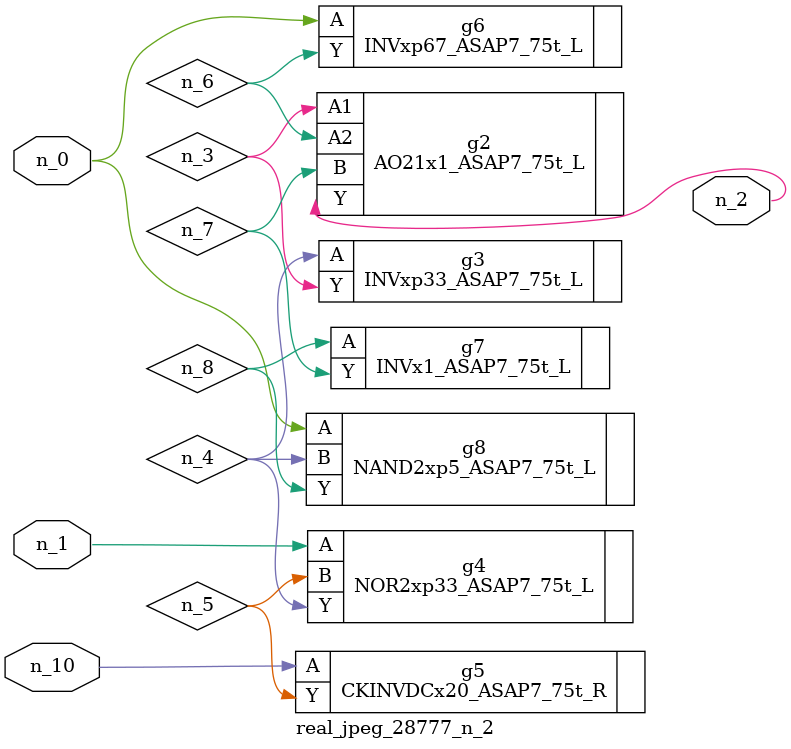
<source format=v>
module real_jpeg_28777_n_2 (n_1, n_10, n_0, n_2);

input n_1;
input n_10;
input n_0;

output n_2;

wire n_5;
wire n_4;
wire n_8;
wire n_6;
wire n_7;
wire n_3;

INVxp67_ASAP7_75t_L g6 ( 
.A(n_0),
.Y(n_6)
);

NAND2xp5_ASAP7_75t_L g8 ( 
.A(n_0),
.B(n_4),
.Y(n_8)
);

NOR2xp33_ASAP7_75t_L g4 ( 
.A(n_1),
.B(n_5),
.Y(n_4)
);

AO21x1_ASAP7_75t_L g2 ( 
.A1(n_3),
.A2(n_6),
.B(n_7),
.Y(n_2)
);

INVxp33_ASAP7_75t_L g3 ( 
.A(n_4),
.Y(n_3)
);

INVx1_ASAP7_75t_L g7 ( 
.A(n_8),
.Y(n_7)
);

CKINVDCx20_ASAP7_75t_R g5 ( 
.A(n_10),
.Y(n_5)
);


endmodule
</source>
